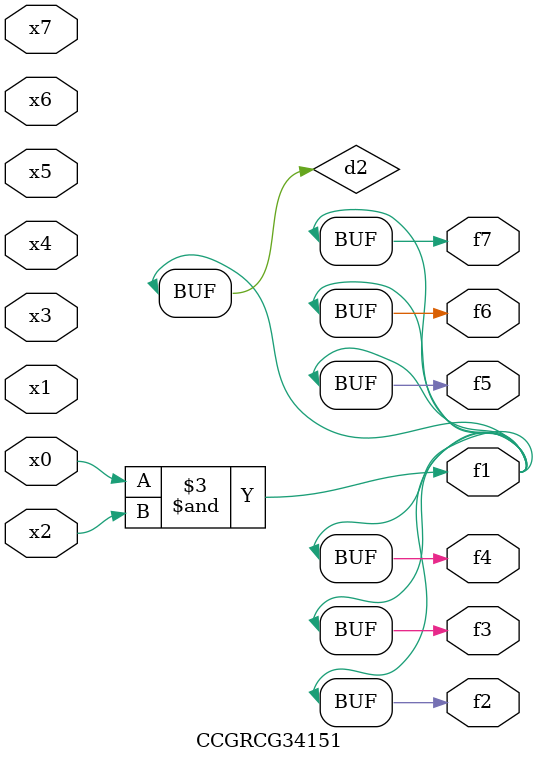
<source format=v>
module CCGRCG34151(
	input x0, x1, x2, x3, x4, x5, x6, x7,
	output f1, f2, f3, f4, f5, f6, f7
);

	wire d1, d2;

	nor (d1, x3, x6);
	and (d2, x0, x2);
	assign f1 = d2;
	assign f2 = d2;
	assign f3 = d2;
	assign f4 = d2;
	assign f5 = d2;
	assign f6 = d2;
	assign f7 = d2;
endmodule

</source>
